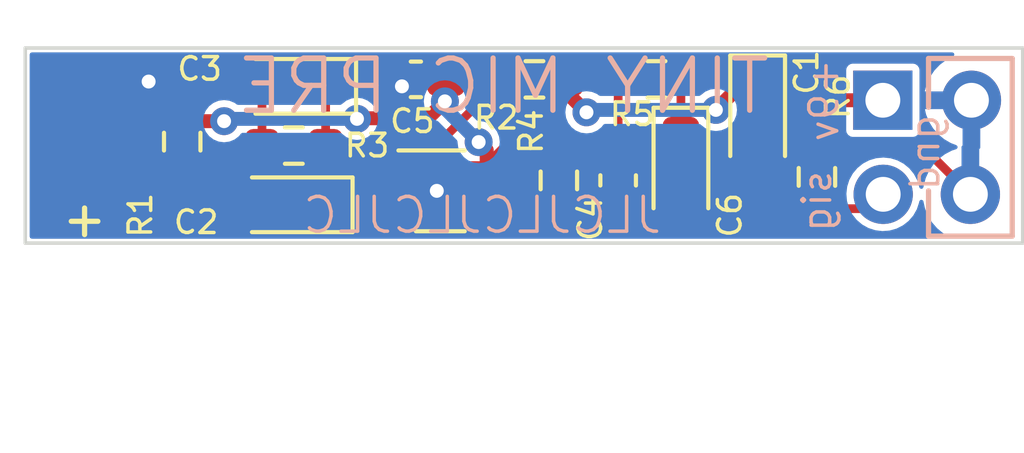
<source format=kicad_pcb>
(kicad_pcb (version 20211014) (generator pcbnew)
  (layers (0 "F.Cu" signal) (31 "B.Cu" signal) (34 "B.Paste" user) (35 "F.Paste" user) (36 "B.SilkS" user "B.Silkscreen") (37 "F.SilkS" user "F.Silkscreen") (38 "B.Mask" user) (39 "F.Mask" user) (44 "Edge.Cuts" user))
  (net 0 "")
  (net 1 "VCC")
  (net 2 "GND")
  (net 3 "Net-(C2-Pad1)")
  (net 4 "Net-(C2-Pad2)")
  (net 5 "Net-(C3-Pad1)")
  (net 6 "Net-(C4-Pad2)")
  (net 7 "Net-(C6-Pad1)")
  (net 8 "Net-(C6-Pad2)")
  (footprint "Capacitor_SMD:C_0603_1608Metric_Pad1.08x0.95mm_HandSolder" (layer "F.Cu") (at 139.2 98.9 180)
    (fp_text reference "C5" (at 0.1 -1.2) (layer "F.SilkS") (effects (font (size 0.65 0.65) (thickness 0.1))))
    (fp_text value "0.1uF")
    (fp_line (start -0.146267 -0.51) (end 0.146267 -0.51) (layer "F.SilkS") (width 0.12))
    (fp_line (start -0.146267 0.51) (end 0.146267 0.51) (layer "F.SilkS") (width 0.12))
    (pad "1" smd roundrect locked (at -0.8625 0 180) (size 1.075 0.95) (layers "F.Cu" "F.Paste" "F.Mask") (net 1 "VCC"))
    (pad "2" smd roundrect locked (at 0.8625 0 180) (size 1.075 0.95) (layers "F.Cu" "F.Paste" "F.Mask") (net 2 "GND"))
  )
  (footprint "Capacitor_Tantalum_SMD:CP_EIA-2012-15_AVX-P_Pad1.30x1.05mm_HandSolder" (layer "F.Cu") (at 146.8 101.6 -90)
    (fp_text reference "C6" (at 1.2 -1.4 -90) (layer "F.SilkS") (effects (font (size 0.65 0.65) (thickness 0.1))))
    (fp_text value "2.2uF")
    (fp_line (start 1 -0.785) (end -1.885 -0.785) (layer "F.SilkS") (width 0.12))
    (fp_line (start -1.885 0.785) (end 1 0.785) (layer "F.SilkS") (width 0.12))
    (fp_line (start -1.885 -0.785) (end -1.885 0.785) (layer "F.SilkS") (width 0.12))
    (pad "1" smd roundrect locked (at -0.975 0 270) (size 1.3 1.05) (layers "F.Cu" "F.Paste" "F.Mask") (roundrect_rratio 0.2380952381) (net 7 "Net-(C6-Pad1)"))
    (pad "2" smd roundrect locked (at 0.975 0 270) (size 1.3 1.05) (layers "F.Cu" "F.Paste" "F.Mask") (roundrect_rratio 0.2380952381) (net 8 "Net-(C6-Pad2)"))
  )
  (footprint "Resistor_SMD:R_0603_1608Metric_Pad0.98x0.95mm_HandSolder" (layer "F.Cu") (at 142.6 98.9 180)
    (fp_text reference "R2" (at 1.1 -1.1) (layer "F.SilkS") (effects (font (size 0.65 0.65) (thickness 0.1))))
    (fp_text value "100k")
    (fp_line (start -0.254724 0.5225) (end 0.254724 0.5225) (layer "F.SilkS") (width 0.12))
    (fp_line (start -0.254724 -0.5225) (end 0.254724 -0.5225) (layer "F.SilkS") (width 0.12))
    (pad "1" smd roundrect locked (at -0.9125 0 180) (size 0.975 0.95) (layers "F.Cu" "F.Paste" "F.Mask") (net 1 "VCC"))
    (pad "2" smd roundrect locked (at 0.9125 0 180) (size 0.975 0.95) (layers "F.Cu" "F.Paste" "F.Mask") (net 5 "Net-(C3-Pad1)"))
  )
  (footprint "Resistor_SMD:R_0603_1608Metric_Pad0.98x0.95mm_HandSolder" (layer "F.Cu") (at 132.5 100.6875 -90)
    (fp_text reference "R1" (at 2.1125 1.2 90) (layer "F.SilkS") (effects (font (size 0.65 0.65) (thickness 0.1))))
    (fp_text value "13.7k")
    (fp_line (start -0.254724 -0.5225) (end 0.254724 -0.5225) (layer "F.SilkS") (width 0.12))
    (fp_line (start -0.254724 0.5225) (end 0.254724 0.5225) (layer "F.SilkS") (width 0.12))
    (pad "1" smd roundrect locked (at -0.9125 0 270) (size 0.975 0.95) (layers "F.Cu" "F.Paste" "F.Mask") (net 1 "VCC"))
    (pad "2" smd roundrect locked (at 0.9125 0 270) (size 0.975 0.95) (layers "F.Cu" "F.Paste" "F.Mask") (net 4 "Net-(C2-Pad2)"))
  )
  (footprint "Resistor_SMD:R_0603_1608Metric_Pad0.98x0.95mm_HandSolder" (layer "F.Cu") (at 143.3 101.8 90)
    (fp_text reference "R4" (at 1.4 -0.8 90) (layer "F.SilkS") (effects (font (size 0.65 0.65) (thickness 0.1))))
    (fp_text value "75k")
    (fp_line (start -0.254724 0.5225) (end 0.254724 0.5225) (layer "F.SilkS") (width 0.12))
    (fp_line (start -0.254724 -0.5225) (end 0.254724 -0.5225) (layer "F.SilkS") (width 0.12))
    (pad "1" smd roundrect locked (at -0.9125 0 90) (size 0.975 0.95) (layers "F.Cu" "F.Paste" "F.Mask") (net 3 "Net-(C2-Pad1)"))
    (pad "2" smd roundrect locked (at 0.9125 0 90) (size 0.975 0.95) (layers "F.Cu" "F.Paste" "F.Mask") (net 6 "Net-(C4-Pad2)"))
  )
  (footprint "Package_TO_SOT_SMD:SOT-353_SC-70-5_Handsoldering" (layer "F.Cu") (at 139.9 102.1)
    (fp_text reference "IC1" hide)
    (fp_text value "OPA172IDCKR")
    (fp_line (start 0.7 -1.16) (end -1.2 -1.16) (layer "F.SilkS") (width 0.12))
    (fp_line (start -0.7 1.16) (end 0.7 1.16) (layer "F.SilkS") (width 0.12))
    (pad "1" smd rect locked (at -1.33 -0.65) (size 1.5 0.4) (layers "F.Cu" "F.Paste" "F.Mask") (net 5 "Net-(C3-Pad1)"))
    (pad "2" smd rect locked (at -1.33 0) (size 1.5 0.4) (layers "F.Cu" "F.Paste" "F.Mask") (net 2 "GND"))
    (pad "3" smd rect locked (at -1.33 0.65) (size 1.5 0.4) (layers "F.Cu" "F.Paste" "F.Mask") (net 3 "Net-(C2-Pad1)"))
    (pad "4" smd rect locked (at 1.33 0.65) (size 1.5 0.4) (layers "F.Cu" "F.Paste" "F.Mask") (net 6 "Net-(C4-Pad2)"))
    (pad "5" smd rect locked (at 1.33 -0.65) (size 1.5 0.4) (layers "F.Cu" "F.Paste" "F.Mask") (net 1 "VCC"))
  )
  (footprint "Resistor_SMD:R_0603_1608Metric_Pad0.98x0.95mm_HandSolder" (layer "F.Cu") (at 150.7 101.7 90)
    (fp_text reference "R6" (at 2.3 0.6 90) (layer "F.SilkS") (effects (font (size 0.65 0.65) (thickness 0.1))))
    (fp_text value "100k")
    (fp_line (start -0.254724 -0.5225) (end 0.254724 -0.5225) (layer "F.SilkS") (width 0.12))
    (fp_line (start -0.254724 0.5225) (end 0.254724 0.5225) (layer "F.SilkS") (width 0.12))
    (pad "1" smd roundrect locked (at -0.9125 0 90) (size 0.975 0.95) (layers "F.Cu" "F.Paste" "F.Mask") (net 8 "Net-(C6-Pad2)"))
    (pad "2" smd roundrect locked (at 0.9125 0 90) (size 0.975 0.95) (layers "F.Cu" "F.Paste" "F.Mask") (net 2 "GND"))
  )
  (footprint "Resistor_SMD:R_0603_1608Metric_Pad0.98x0.95mm_HandSolder" (layer "F.Cu") (at 146.1 98.9)
    (fp_text reference "R5" (at -0.7 1) (layer "F.SilkS") (effects (font (size 0.65 0.65) (thickness 0.1))))
    (fp_text value "49.9")
    (fp_line (start -0.254724 0.5225) (end 0.254724 0.5225) (layer "F.SilkS") (width 0.12))
    (fp_line (start -0.254724 -0.5225) (end 0.254724 -0.5225) (layer "F.SilkS") (width 0.12))
    (pad "1" smd roundrect locked (at -0.9125 0) (size 0.975 0.95) (layers "F.Cu" "F.Paste" "F.Mask") (net 6 "Net-(C4-Pad2)"))
    (pad "2" smd roundrect locked (at 0.9125 0) (size 0.975 0.95) (layers "F.Cu" "F.Paste" "F.Mask") (net 7 "Net-(C6-Pad1)"))
  )
  (footprint "Capacitor_Tantalum_SMD:CP_EIA-2012-15_AVX-P_Pad1.30x1.05mm_HandSolder" (layer "F.Cu") (at 135.5 102.5 180)
    (fp_text reference "C2" (at 2.6 -0.5 180) (layer "F.SilkS") (effects (font (size 0.65 0.65) (thickness 0.1))))
    (fp_text value "2.2uF")
    (fp_line (start -1.885 -0.785) (end -1.885 0.785) (layer "F.SilkS") (width 0.12))
    (fp_line (start -1.885 0.785) (end 1 0.785) (layer "F.SilkS") (width 0.12))
    (fp_line (start 1 -0.785) (end -1.885 -0.785) (layer "F.SilkS") (width 0.12))
    (pad "1" smd roundrect locked (at -0.975 0 180) (size 1.3 1.05) (layers "F.Cu" "F.Paste" "F.Mask") (roundrect_rratio 0.2380952381) (net 3 "Net-(C2-Pad1)"))
    (pad "2" smd roundrect locked (at 0.975 0 180) (size 1.3 1.05) (layers "F.Cu" "F.Paste" "F.Mask") (roundrect_rratio 0.2380952381) (net 4 "Net-(C2-Pad2)"))
  )
  (footprint "Capacitor_Tantalum_SMD:CP_EIA-2012-15_AVX-P_Pad1.30x1.05mm_HandSolder" (layer "F.Cu") (at 149 100.1 -90)
    (fp_text reference "C1" (at -1.4 -1.4 -90) (layer "F.SilkS") (effects (font (size 0.65 0.65) (thickness 0.1))))
    (fp_text value "2.2uF")
    (fp_line (start -1.885 -0.785) (end -1.885 0.785) (layer "F.SilkS") (width 0.12))
    (fp_line (start 1 -0.785) (end -1.885 -0.785) (layer "F.SilkS") (width 0.12))
    (fp_line (start -1.885 0.785) (end 1 0.785) (layer "F.SilkS") (width 0.12))
    (pad "1" smd roundrect locked (at -0.975 0 270) (size 1.3 1.05) (layers "F.Cu" "F.Paste" "F.Mask") (roundrect_rratio 0.2380952381) (net 1 "VCC"))
    (pad "2" smd roundrect locked (at 0.975 0 270) (size 1.3 1.05) (layers "F.Cu" "F.Paste" "F.Mask") (roundrect_rratio 0.2380952381) (net 2 "GND"))
  )
  (footprint "4ms_Connector:Pins_1x04_2.54mm_TH_SWD" (layer "F.Cu") (at 156.4 99.5 90)
    (fp_text reference "J2" hide)
    (fp_text value "output" hide)
    (pad "1" thru_hole rect (at 0 -3.81 90) (size 1.7 1.7) (drill 1) (layers *.Cu *.Mask) (net 1 "VCC"))
    (pad "2" thru_hole oval (at 0 -1.27 90) (size 1.7 1.7) (drill 1) (layers *.Cu *.Mask) (net 2 "GND"))
    (pad "3" thru_hole oval (at -2.7 -3.8 90) (size 1.7 1.7) (drill 1) (layers *.Cu *.Mask) (net 8 "Net-(C6-Pad2)"))
    (pad "4" thru_hole oval (at -2.7 -1.3 90) (size 1.7 1.7) (drill 1) (layers *.Cu *.Mask) (net 2 "GND"))
  )
  (footprint "Capacitor_SMD:C_0603_1608Metric_Pad1.08x0.95mm_HandSolder" (layer "F.Cu") (at 145 101.8 90)
    (fp_text reference "C4" (at -1.1 -0.8 90) (layer "F.SilkS") (effects (font (size 0.65 0.65) (thickness 0.1))))
    (fp_text value "10pF")
    (fp_line (start -0.146267 -0.51) (end 0.146267 -0.51) (layer "F.SilkS") (width 0.12))
    (fp_line (start -0.146267 0.51) (end 0.146267 0.51) (layer "F.SilkS") (width 0.12))
    (pad "1" smd roundrect locked (at -0.8625 0 90) (size 1.075 0.95) (layers "F.Cu" "F.Paste" "F.Mask") (net 3 "Net-(C2-Pad1)"))
    (pad "2" smd roundrect locked (at 0.8625 0 90) (size 1.075 0.95) (layers "F.Cu" "F.Paste" "F.Mask") (net 6 "Net-(C4-Pad2)"))
  )
  (footprint "Capacitor_Tantalum_SMD:CP_EIA-2012-15_AVX-P_Pad1.30x1.05mm_HandSolder" (layer "F.Cu") (at 135.6 99.1 180)
    (fp_text reference "C3" (at 2.6 0.5 180) (layer "F.SilkS") (effects (font (size 0.65 0.65) (thickness 0.1))))
    (fp_text value "2.2uF")
    (fp_line (start -1.885 -0.785) (end -1.885 0.785) (layer "F.SilkS") (width 0.12))
    (fp_line (start 1 -0.785) (end -1.885 -0.785) (layer "F.SilkS") (width 0.12))
    (fp_line (start -1.885 0.785) (end 1 0.785) (layer "F.SilkS") (width 0.12))
    (pad "1" smd roundrect locked (at -0.975 0 180) (size 1.3 1.05) (layers "F.Cu" "F.Paste" "F.Mask") (roundrect_rratio 0.2380952381) (net 5 "Net-(C3-Pad1)"))
    (pad "2" smd roundrect locked (at 0.975 0 180) (size 1.3 1.05) (layers "F.Cu" "F.Paste" "F.Mask") (roundrect_rratio 0.2380952381) (net 2 "GND"))
  )
  (footprint "Resistor_SMD:R_0603_1608Metric_Pad0.98x0.95mm_HandSolder" (layer "F.Cu") (at 135.7 100.8 180)
    (fp_text reference "R3" (at -2.1 0) (layer "F.SilkS") (effects (font (size 0.65 0.65) (thickness 0.1))))
    (fp_text value "100k")
    (fp_line (start -0.254724 0.5225) (end 0.254724 0.5225) (layer "F.SilkS") (width 0.12))
    (fp_line (start -0.254724 -0.5225) (end 0.254724 -0.5225) (layer "F.SilkS") (width 0.12))
    (pad "1" smd roundrect locked (at -0.9125 0 180) (size 0.975 0.95) (layers "F.Cu" "F.Paste" "F.Mask") (net 5 "Net-(C3-Pad1)"))
    (pad "2" smd roundrect locked (at 0.9125 0 180) (size 0.975 0.95) (layers "F.Cu" "F.Paste" "F.Mask") (net 2 "GND"))
  )
  (footprint "Sensor_Audio:POM-353P-3-R electret" (layer "F.Cu") (at 129.9 100.8)
    (fp_text reference "J1" hide)
    (fp_text value "mic conn")
    (pad "1" smd roundrect (at 0 -1) (size 2.7 1.2) (layers "F.Cu" "F.Paste" "F.Mask") (net 2 "GND"))
    (pad "2" smd roundrect (at 0 1) (size 2.7 1.2) (layers "F.Cu" "F.Paste" "F.Mask") (net 4 "Net-(C2-Pad2)"))
  )
  (gr_line (start 153.9 98.3) (end 156.3 98.3) (layer "B.SilkS") (width 0.15))
  (gr_line (start 153.9 103.4) (end 153.9 102.1) (layer "B.SilkS") (width 0.15))
  (gr_line (start 156.3 103.4) (end 153.9 103.4) (layer "B.SilkS") (width 0.15))
  (gr_line (start 153.9 99.7) (end 153.9 98.3) (layer "B.SilkS") (width 0.15))
  (gr_line (start 156.3 98.3) (end 156.3 103.4) (layer "B.SilkS") (width 0.15))
  (gr_line (start 128 103.6) (end 156.6 103.6) (layer "Edge.Cuts") (width 0.1))
  (gr_line (start 156.6 103.6) (end 156.6 98) (layer "Edge.Cuts") (width 0.1))
  (gr_line (start 156.6 98) (end 128 98) (layer "Edge.Cuts") (width 0.1))
  (gr_line (start 128 98) (end 128 103.6) (layer "Edge.Cuts") (width 0.1))
  (gr_text "TINY MIC PRE" (at 141.7 99.1) (layer "B.SilkS") (effects (font (size 1.5 1.5)) (justify mirror)))
  (gr_text "JLCJLCJLCJLC" (at 141.1 102.8) (layer "B.SilkS") (effects (font (size 1 1) (thickness 0.1)) (justify mirror)))
  (gr_text "gnd" (at 153.8 101 90) (layer "B.SilkS") (effects (font (size 0.8 0.8) (thickness 0.1)) (justify mirror)))
  (gr_text "+9v" (at 150.9 99.5 90) (layer "B.SilkS") (effects (font (size 0.8 0.8) (thickness 0.1)) (justify mirror)))
  (gr_text "sig" (at 150.7 102.4 90) (layer "B.SilkS") (effects (font (size 0.8 0.8) (thickness 0.1)) (justify mirror)))
  (gr_text "+" (at 129.7 102.9) (layer "F.SilkS") (effects (font (size 1 1))))
  (segment (start 143.5125 99.1675) (end 141.23 101.45) (width 0.4) (layer "F.Cu") (net 1))
  (segment (start 141.23 101.45) (end 141.23 100.93) (width 0.4) (layer "F.Cu") (net 1))
  (segment (start 150.9 99.1) (end 149.025 99.1) (width 0.4) (layer "F.Cu") (net 1))
  (segment (start 141.23 100.93) (end 141 100.7) (width 0.4) (layer "F.Cu") (net 1))
  (segment (start 132.825 100.1) (end 132.5 99.775) (width 0.4) (layer "F.Cu") (net 1))
  (segment (start 143.5125 98.9) (end 143.5125 99.1675) (width 0.4) (layer "F.Cu") (net 1))
  (segment (start 133.7 100.1) (end 132.825 100.1) (width 0.4) (layer "F.Cu") (net 1))
  (segment (start 143.5125 99.266234) (end 144.091762 99.845496) (width 0.4) (layer "F.Cu") (net 1))
  (segment (start 140.031451 98.931049) (end 140.0625 98.9) (width 0.4) (layer "F.Cu") (net 1))
  (segment (start 137.52855 100.016573) (end 137.511355 100.033768) (width 0.4) (layer "F.Cu") (net 1))
  (segment (start 149.025 99.1) (end 149 99.125) (width 0.4) (layer "F.Cu") (net 1))
  (segment (start 143.5125 98.9) (end 143.5125 99.266234) (width 0.4) (layer "F.Cu") (net 1))
  (segment (start 152.59 99.5) (end 151.3 99.5) (width 0.4) (layer "F.Cu") (net 1))
  (segment (start 151.3 99.5) (end 150.9 99.1) (width 0.4) (layer "F.Cu") (net 1))
  (segment (start 140.031451 99.531451) (end 139.546329 100.016573) (width 0.4) (layer "F.Cu") (net 1))
  (segment (start 139.546329 100.016573) (end 137.52855 100.016573) (width 0.4) (layer "F.Cu") (net 1))
  (segment (start 140.031451 99.531451) (end 140.031451 98.931049) (width 0.4) (layer "F.Cu") (net 1))
  (segment (start 148.454512 99.125) (end 147.802528 99.776984) (width 0.4) (layer "F.Cu") (net 1))
  (segment (start 149 99.125) (end 148.454512 99.125) (width 0.4) (layer "F.Cu") (net 1))
  (via (at 137.511355 100.033768) (size 0.8) (drill 0.4) (layers "F.Cu" "B.Cu") (net 1))
  (via (at 140.031451 99.531451) (size 0.8) (drill 0.4) (layers "F.Cu" "B.Cu") (net 1))
  (via (at 133.7 100.1) (size 0.8) (drill 0.4) (layers "F.Cu" "B.Cu") (net 1))
  (via (at 144.091762 99.845496) (size 0.8) (drill 0.4) (layers "F.Cu" "B.Cu") (net 1))
  (via (at 141 100.7) (size 0.8) (drill 0.4) (layers "F.Cu" "B.Cu") (net 1))
  (via (at 147.802528 99.776984) (size 0.8) (drill 0.4) (layers "F.Cu" "B.Cu") (net 1))
  (segment (start 147.802528 99.776984) (end 144.160274 99.776984) (width 0.4) (layer "B.Cu") (net 1))
  (segment (start 137.511355 100.033768) (end 133.766232 100.033768) (width 0.4) (layer "B.Cu") (net 1))
  (segment (start 133.783427 100.016573) (end 133.7 100.1) (width 0.4) (layer "B.Cu") (net 1))
  (segment (start 140.031451 99.731451) (end 140.031451 99.531451) (width 0.4) (layer "B.Cu") (net 1))
  (segment (start 133.766232 100.033768) (end 133.7 100.1) (width 0.4) (layer "B.Cu") (net 1))
  (segment (start 141 100.7) (end 140.257356 99.957356) (width 0.4) (layer "B.Cu") (net 1))
  (segment (start 144.160274 99.776984) (end 144.091762 99.845496) (width 0.4) (layer "B.Cu") (net 1))
  (segment (start 140.257356 99.957356) (end 140.031451 99.731451) (width 0.4) (layer "B.Cu") (net 1))
  (segment (start 130.53702 98.96298) (end 131.53702 98.96298) (width 0.25) (layer "F.Cu") (net 2))
  (segment (start 129.9 99.6) (end 130.53702 98.96298) (width 0.25) (layer "F.Cu") (net 2))
  (segment (start 138.3375 98.9) (end 138.6 98.9) (width 0.25) (layer "F.Cu") (net 2))
  (segment (start 131.53702 98.96298) (end 134.58798 98.96298) (width 0.25) (layer "F.Cu") (net 2))
  (segment (start 134.7875 100.8) (end 134.959576 100.8) (width 0.25) (layer "F.Cu") (net 2))
  (segment (start 139.8 102.1) (end 138.57 102.1) (width 0.25) (layer "F.Cu") (net 2))
  (segment (start 138.6 98.9) (end 138.8 99.1) (width 0.25) (layer "F.Cu") (net 2))
  (segment (start 134.625 99) (end 134.7875 99.1625) (width 0.25) (layer "F.Cu") (net 2))
  (segment (start 150.4125 101.075) (end 150.7 100.7875) (width 0.25) (layer "F.Cu") (net 2))
  (segment (start 153.6875 100.7875) (end 155.1 102.2) (width 0.25) (layer "F.Cu") (net 2))
  (segment (start 134.7875 99.1625) (end 134.7875 100.8) (width 0.25) (layer "F.Cu") (net 2))
  (segment (start 150.7 100.7875) (end 153.6875 100.7875) (width 0.25) (layer "F.Cu") (net 2))
  (segment (start 134.7875 100.8) (end 134.96977 100.8) (width 0.25) (layer "F.Cu") (net 2))
  (segment (start 149 101.075) (end 150.4125 101.075) (width 0.25) (layer "F.Cu") (net 2))
  (segment (start 134.58798 98.96298) (end 134.625 99) (width 0.25) (layer "F.Cu") (net 2))
  (via (at 131.53702 98.96298) (size 0.8) (drill 0.4) (layers "F.Cu" "B.Cu") (net 2))
  (via (at 138.8 99.1) (size 0.8) (drill 0.4) (layers "F.Cu" "B.Cu") (net 2))
  (via (at 139.8 102.1) (size 0.8) (drill 0.4) (layers "F.Cu" "B.Cu") (net 2))
  (segment (start 142.737989 103.274511) (end 139.094511 103.274511) (width 0.25) (layer "F.Cu") (net 3))
  (segment (start 143.3 102.7125) (end 142.737989 103.274511) (width 0.25) (layer "F.Cu") (net 3))
  (segment (start 136.75 102.75) (end 138.57 102.75) (width 0.25) (layer "F.Cu") (net 3))
  (segment (start 145 102.6625) (end 143.35 102.6625) (width 0.25) (layer "F.Cu") (net 3))
  (segment (start 143.35 102.6625) (end 143.3 102.7125) (width 0.25) (layer "F.Cu") (net 3))
  (segment (start 136.6 102.6) (end 136.75 102.75) (width 0.25) (layer "F.Cu") (net 3))
  (segment (start 139.094511 103.274511) (end 138.57 102.75) (width 0.25) (layer "F.Cu") (net 3))
  (segment (start 130.8 101.6) (end 133.2 101.6) (width 0.25) (layer "F.Cu") (net 4))
  (segment (start 133.2 101.6) (end 133.7 101.6) (width 0.25) (layer "F.Cu") (net 4))
  (segment (start 133.7 101.6) (end 134.7 102.6) (width 0.25) (layer "F.Cu") (net 4))
  (segment (start 139.1375 101.45) (end 138.57 101.45) (width 0.25) (layer "F.Cu") (net 5))
  (segment (start 137.2625 101.45) (end 136.6125 100.8) (width 0.25) (layer "F.Cu") (net 5))
  (segment (start 136.6125 100.8) (end 136.6125 99.1375) (width 0.25) (layer "F.Cu") (net 5))
  (segment (start 138.57 101.45) (end 137.2625 101.45) (width 0.25) (layer "F.Cu") (net 5))
  (segment (start 141.6875 98.9) (end 139.1375 101.45) (width 0.25) (layer "F.Cu") (net 5))
  (segment (start 141.78 102.75) (end 143.3 101.23) (width 0.25) (layer "F.Cu") (net 6))
  (segment (start 143.3 100.8875) (end 144.95 100.8875) (width 0.25) (layer "F.Cu") (net 6))
  (segment (start 144.95 100.8875) (end 145 100.9375) (width 0.25) (layer "F.Cu") (net 6))
  (segment (start 145 99.0875) (end 145.1875 98.9) (width 0.25) (layer "F.Cu") (net 6))
  (segment (start 145 100.9375) (end 145 99.0875) (width 0.25) (layer "F.Cu") (net 6))
  (segment (start 141.23 102.75) (end 141.78 102.75) (width 0.25) (layer "F.Cu") (net 6))
  (segment (start 143.3 101.23) (end 143.3 100.8875) (width 0.25) (layer "F.Cu") (net 6))
  (segment (start 146.8 99.1125) (end 146.8 100.625) (width 0.25) (layer "F.Cu") (net 7))
  (segment (start 146.8 99.1125) (end 147.0125 98.9) (width 0.25) (layer "F.Cu") (net 7))
  (segment (start 150.6125 102.7) (end 150.7 102.6125) (width 0.25) (layer "F.Cu") (net 8))
  (segment (start 152.1875 102.6125) (end 152.6 102.2) (width 0.25) (layer "F.Cu") (net 8))
  (segment (start 146.8 102.7) (end 150.6125 102.7) (width 0.25) (layer "F.Cu") (net 8))
  (segment (start 150.7 102.6125) (end 152.1875 102.6125) (width 0.25) (layer "F.Cu") (net 8))
  (segment (start 152.3875 102.6125) (end 152.6 102.4) (width 0.25) (layer "F.Cu") (net 8))
  (zone (net 2) (net_name "GND") (layer "B.Cu") (connect_pads (clearance 0.125)) (min_thickness 0.125) (fill yes (thermal_gap 0.508) (thermal_bridge_width 0.508))
    (polygon (pts (xy 156.6 103.6) (xy 128 103.6) (xy 128 98) (xy 156.6 98)))
  )
)
</source>
